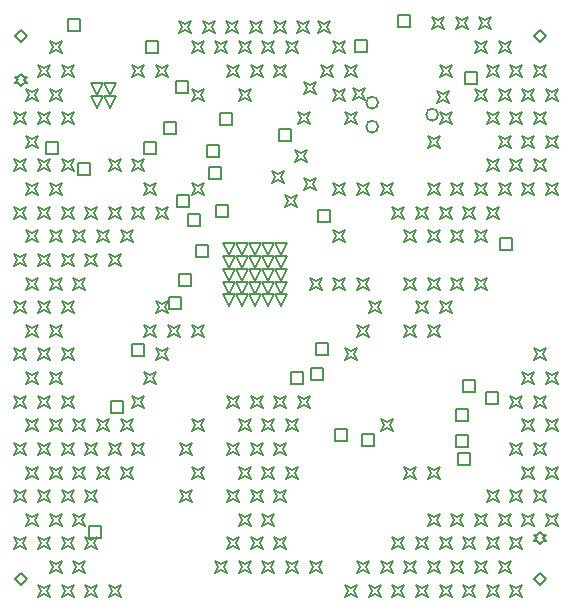
<source format=gbr>
%TF.GenerationSoftware,Altium Limited,Altium Designer,23.5.1 (21)*%
G04 Layer_Color=2752767*
%FSLAX45Y45*%
%MOMM*%
%TF.SameCoordinates,25585159-6715-467B-9351-B71020FA716E*%
%TF.FilePolarity,Positive*%
%TF.FileFunction,Drawing*%
%TF.Part,Single*%
G01*
G75*
%TA.AperFunction,NonConductor*%
%ADD63C,0.12700*%
%ADD100C,0.16933*%
D63*
X12800000Y5499200D02*
X12825400Y5524600D01*
X12850800D01*
X12825400Y5550000D01*
X12850800Y5575400D01*
X12825400D01*
X12800000Y5600800D01*
X12774600Y5575400D01*
X12749200D01*
X12774600Y5550000D01*
X12749200Y5524600D01*
X12774600D01*
X12800000Y5499200D01*
X8400000Y9374200D02*
X8425400Y9399600D01*
X8450800D01*
X8425400Y9425000D01*
X8450800Y9450400D01*
X8425400D01*
X8400000Y9475800D01*
X8374600Y9450400D01*
X8349200D01*
X8374600Y9425000D01*
X8349200Y9399600D01*
X8374600D01*
X8400000Y9374200D01*
X8349200Y5200000D02*
X8400000Y5250800D01*
X8450800Y5200000D01*
X8400000Y5149200D01*
X8349200Y5200000D01*
Y9800000D02*
X8400000Y9850800D01*
X8450800Y9800000D01*
X8400000Y9749200D01*
X8349200Y9800000D01*
X12749200D02*
X12800000Y9850800D01*
X12850800Y9800000D01*
X12800000Y9749200D01*
X12749200Y9800000D01*
Y5200000D02*
X12800000Y5250800D01*
X12850800Y5200000D01*
X12800000Y5149200D01*
X12749200Y5200000D01*
X11920930Y9230401D02*
X11946330Y9281201D01*
X11920930Y9332001D01*
X11971730Y9306601D01*
X12022530Y9332001D01*
X11997130Y9281201D01*
X12022530Y9230401D01*
X11971730Y9255801D01*
X11920930Y9230401D01*
X10719495Y8734851D02*
X10744895Y8785651D01*
X10719495Y8836451D01*
X10770295Y8811051D01*
X10821095Y8836451D01*
X10795695Y8785651D01*
X10821095Y8734851D01*
X10770295Y8760251D01*
X10719495Y8734851D01*
X10523752Y8551496D02*
X10549152Y8602296D01*
X10523752Y8653096D01*
X10574552Y8627696D01*
X10625352Y8653096D01*
X10599952Y8602296D01*
X10625352Y8551496D01*
X10574552Y8576896D01*
X10523752Y8551496D01*
X10798784Y8494507D02*
X10824184Y8545307D01*
X10798784Y8596107D01*
X10849584Y8570707D01*
X10900384Y8596107D01*
X10874984Y8545307D01*
X10900384Y8494507D01*
X10849584Y8519907D01*
X10798784Y8494507D01*
X10640206Y8353276D02*
X10665606Y8404076D01*
X10640206Y8454876D01*
X10691006Y8429476D01*
X10741806Y8454876D01*
X10716406Y8404076D01*
X10741806Y8353276D01*
X10691006Y8378676D01*
X10640206Y8353276D01*
X10914806Y9825618D02*
X10940206Y9876418D01*
X10914806Y9927218D01*
X10965606Y9901818D01*
X11016406Y9927218D01*
X10991006Y9876418D01*
X11016406Y9825618D01*
X10965606Y9851018D01*
X10914806Y9825618D01*
X11883205Y9856059D02*
X11908605Y9906859D01*
X11883205Y9957659D01*
X11934005Y9932259D01*
X11984805Y9957659D01*
X11959405Y9906859D01*
X11984805Y9856059D01*
X11934005Y9881459D01*
X11883205Y9856059D01*
X12083205D02*
X12108605Y9906859D01*
X12083205Y9957659D01*
X12134005Y9932259D01*
X12184805Y9957659D01*
X12159405Y9906859D01*
X12184805Y9856059D01*
X12134005Y9881459D01*
X12083205Y9856059D01*
X12283205D02*
X12308605Y9906859D01*
X12283205Y9957659D01*
X12334005Y9932259D01*
X12384805Y9957659D01*
X12359405Y9906859D01*
X12384805Y9856059D01*
X12334005Y9881459D01*
X12283205Y9856059D01*
X10799748Y9304121D02*
X10825148Y9354921D01*
X10799748Y9405721D01*
X10850548Y9380321D01*
X10901348Y9405721D01*
X10875948Y9354921D01*
X10901348Y9304121D01*
X10850548Y9329521D01*
X10799748Y9304121D01*
X10738284Y9823326D02*
X10763684Y9874126D01*
X10738284Y9924926D01*
X10789084Y9899526D01*
X10839884Y9924926D01*
X10814484Y9874126D01*
X10839884Y9823326D01*
X10789084Y9848726D01*
X10738284Y9823326D01*
X9740958Y9823850D02*
X9766358Y9874650D01*
X9740958Y9925450D01*
X9791758Y9900050D01*
X9842558Y9925450D01*
X9817158Y9874650D01*
X9842558Y9823850D01*
X9791758Y9849250D01*
X9740958Y9823850D01*
X9940958D02*
X9966358Y9874650D01*
X9940958Y9925450D01*
X9991758Y9900050D01*
X10042558Y9925450D01*
X10017158Y9874650D01*
X10042558Y9823850D01*
X9991758Y9849250D01*
X9940958Y9823850D01*
X10140958D02*
X10166358Y9874650D01*
X10140958Y9925450D01*
X10191758Y9900050D01*
X10242558Y9925450D01*
X10217158Y9874650D01*
X10242558Y9823850D01*
X10191758Y9849250D01*
X10140958Y9823850D01*
X10340958D02*
X10366358Y9874650D01*
X10340958Y9925450D01*
X10391758Y9900050D01*
X10442558Y9925450D01*
X10417158Y9874650D01*
X10442558Y9823850D01*
X10391758Y9849250D01*
X10340958Y9823850D01*
X10540958D02*
X10566358Y9874650D01*
X10540958Y9925450D01*
X10591758Y9900050D01*
X10642558Y9925450D01*
X10617158Y9874650D01*
X10642558Y9823850D01*
X10591758Y9849250D01*
X10540958Y9823850D01*
X11217646Y9257112D02*
X11243046Y9307912D01*
X11217646Y9358712D01*
X11268446Y9333312D01*
X11319246Y9358712D01*
X11293846Y9307912D01*
X11319246Y9257112D01*
X11268446Y9282512D01*
X11217646Y9257112D01*
X12746561Y9452386D02*
X12771961Y9503186D01*
X12746561Y9553986D01*
X12797361Y9528586D01*
X12848161Y9553986D01*
X12822762Y9503186D01*
X12848161Y9452386D01*
X12797361Y9477786D01*
X12746561Y9452386D01*
X12846561Y9252386D02*
X12871960Y9303186D01*
X12846561Y9353986D01*
X12897362Y9328586D01*
X12948161Y9353986D01*
X12922762Y9303186D01*
X12948161Y9252386D01*
X12897362Y9277786D01*
X12846561Y9252386D01*
X12746561Y9052386D02*
X12771961Y9103186D01*
X12746561Y9153986D01*
X12797361Y9128586D01*
X12848161Y9153986D01*
X12822762Y9103186D01*
X12848161Y9052386D01*
X12797361Y9077786D01*
X12746561Y9052386D01*
X12846561Y8852386D02*
X12871960Y8903186D01*
X12846561Y8953986D01*
X12897362Y8928586D01*
X12948161Y8953986D01*
X12922762Y8903186D01*
X12948161Y8852386D01*
X12897362Y8877786D01*
X12846561Y8852386D01*
X12746561Y8652386D02*
X12771961Y8703186D01*
X12746561Y8753986D01*
X12797361Y8728586D01*
X12848161Y8753986D01*
X12822762Y8703186D01*
X12848161Y8652386D01*
X12797361Y8677786D01*
X12746561Y8652386D01*
X12846561Y8452386D02*
X12871960Y8503186D01*
X12846561Y8553986D01*
X12897362Y8528586D01*
X12948161Y8553986D01*
X12922762Y8503186D01*
X12948161Y8452386D01*
X12897362Y8477786D01*
X12846561Y8452386D01*
X12746561Y7052385D02*
X12771961Y7103185D01*
X12746561Y7153985D01*
X12797361Y7128585D01*
X12848161Y7153985D01*
X12822762Y7103185D01*
X12848161Y7052385D01*
X12797361Y7077785D01*
X12746561Y7052385D01*
X12846561Y6852385D02*
X12871960Y6903185D01*
X12846561Y6953985D01*
X12897362Y6928585D01*
X12948161Y6953985D01*
X12922762Y6903185D01*
X12948161Y6852385D01*
X12897362Y6877785D01*
X12846561Y6852385D01*
X12746561Y6652385D02*
X12771961Y6703185D01*
X12746561Y6753985D01*
X12797361Y6728585D01*
X12848161Y6753985D01*
X12822762Y6703185D01*
X12848161Y6652385D01*
X12797361Y6677785D01*
X12746561Y6652385D01*
X12846561Y6452385D02*
X12871960Y6503185D01*
X12846561Y6553985D01*
X12897362Y6528585D01*
X12948161Y6553985D01*
X12922762Y6503185D01*
X12948161Y6452385D01*
X12897362Y6477785D01*
X12846561Y6452385D01*
X12746561Y6252385D02*
X12771961Y6303185D01*
X12746561Y6353985D01*
X12797361Y6328585D01*
X12848161Y6353985D01*
X12822762Y6303185D01*
X12848161Y6252385D01*
X12797361Y6277785D01*
X12746561Y6252385D01*
X12846561Y6052385D02*
X12871960Y6103185D01*
X12846561Y6153985D01*
X12897362Y6128585D01*
X12948161Y6153985D01*
X12922762Y6103185D01*
X12948161Y6052385D01*
X12897362Y6077785D01*
X12846561Y6052385D01*
X12746561Y5852385D02*
X12771961Y5903185D01*
X12746561Y5953985D01*
X12797361Y5928585D01*
X12848161Y5953985D01*
X12822762Y5903185D01*
X12848161Y5852385D01*
X12797361Y5877785D01*
X12746561Y5852385D01*
X12846561Y5652384D02*
X12871960Y5703184D01*
X12846561Y5753984D01*
X12897362Y5728584D01*
X12948161Y5753984D01*
X12922762Y5703184D01*
X12948161Y5652384D01*
X12897362Y5677784D01*
X12846561Y5652384D01*
X12546561Y9452386D02*
X12571961Y9503186D01*
X12546561Y9553986D01*
X12597361Y9528586D01*
X12648161Y9553986D01*
X12622761Y9503186D01*
X12648161Y9452386D01*
X12597361Y9477786D01*
X12546561Y9452386D01*
X12646561Y9252386D02*
X12671961Y9303186D01*
X12646561Y9353986D01*
X12697361Y9328586D01*
X12748161Y9353986D01*
X12722761Y9303186D01*
X12748161Y9252386D01*
X12697361Y9277786D01*
X12646561Y9252386D01*
X12546561Y9052386D02*
X12571961Y9103186D01*
X12546561Y9153986D01*
X12597361Y9128586D01*
X12648161Y9153986D01*
X12622761Y9103186D01*
X12648161Y9052386D01*
X12597361Y9077786D01*
X12546561Y9052386D01*
X12646561Y8852386D02*
X12671961Y8903186D01*
X12646561Y8953986D01*
X12697361Y8928586D01*
X12748161Y8953986D01*
X12722761Y8903186D01*
X12748161Y8852386D01*
X12697361Y8877786D01*
X12646561Y8852386D01*
X12546561Y8652386D02*
X12571961Y8703186D01*
X12546561Y8753986D01*
X12597361Y8728586D01*
X12648161Y8753986D01*
X12622761Y8703186D01*
X12648161Y8652386D01*
X12597361Y8677786D01*
X12546561Y8652386D01*
X12646561Y8452386D02*
X12671961Y8503186D01*
X12646561Y8553986D01*
X12697361Y8528586D01*
X12748161Y8553986D01*
X12722761Y8503186D01*
X12748161Y8452386D01*
X12697361Y8477786D01*
X12646561Y8452386D01*
Y6852385D02*
X12671961Y6903185D01*
X12646561Y6953985D01*
X12697361Y6928585D01*
X12748161Y6953985D01*
X12722761Y6903185D01*
X12748161Y6852385D01*
X12697361Y6877785D01*
X12646561Y6852385D01*
X12546561Y6652385D02*
X12571961Y6703185D01*
X12546561Y6753985D01*
X12597361Y6728585D01*
X12648161Y6753985D01*
X12622761Y6703185D01*
X12648161Y6652385D01*
X12597361Y6677785D01*
X12546561Y6652385D01*
X12646561Y6452385D02*
X12671961Y6503185D01*
X12646561Y6553985D01*
X12697361Y6528585D01*
X12748161Y6553985D01*
X12722761Y6503185D01*
X12748161Y6452385D01*
X12697361Y6477785D01*
X12646561Y6452385D01*
X12546561Y6252385D02*
X12571961Y6303185D01*
X12546561Y6353985D01*
X12597361Y6328585D01*
X12648161Y6353985D01*
X12622761Y6303185D01*
X12648161Y6252385D01*
X12597361Y6277785D01*
X12546561Y6252385D01*
X12646561Y6052385D02*
X12671961Y6103185D01*
X12646561Y6153985D01*
X12697361Y6128585D01*
X12748161Y6153985D01*
X12722761Y6103185D01*
X12748161Y6052385D01*
X12697361Y6077785D01*
X12646561Y6052385D01*
X12546561Y5852385D02*
X12571961Y5903185D01*
X12546561Y5953985D01*
X12597361Y5928585D01*
X12648161Y5953985D01*
X12622761Y5903185D01*
X12648161Y5852385D01*
X12597361Y5877785D01*
X12546561Y5852385D01*
X12646561Y5652384D02*
X12671961Y5703184D01*
X12646561Y5753984D01*
X12697361Y5728584D01*
X12748161Y5753984D01*
X12722761Y5703184D01*
X12748161Y5652384D01*
X12697361Y5677784D01*
X12646561Y5652384D01*
X12546561Y5452384D02*
X12571961Y5503184D01*
X12546561Y5553984D01*
X12597361Y5528584D01*
X12648161Y5553984D01*
X12622761Y5503184D01*
X12648161Y5452384D01*
X12597361Y5477784D01*
X12546561Y5452384D01*
Y5052384D02*
X12571961Y5103184D01*
X12546561Y5153984D01*
X12597361Y5128584D01*
X12648161Y5153984D01*
X12622761Y5103184D01*
X12648161Y5052384D01*
X12597361Y5077784D01*
X12546561Y5052384D01*
X12446561Y9652387D02*
X12471961Y9703187D01*
X12446561Y9753987D01*
X12497361Y9728587D01*
X12548161Y9753987D01*
X12522761Y9703187D01*
X12548161Y9652387D01*
X12497361Y9677787D01*
X12446561Y9652387D01*
X12346561Y9452386D02*
X12371961Y9503186D01*
X12346561Y9553986D01*
X12397361Y9528586D01*
X12448161Y9553986D01*
X12422761Y9503186D01*
X12448161Y9452386D01*
X12397361Y9477786D01*
X12346561Y9452386D01*
X12446561Y9252386D02*
X12471961Y9303186D01*
X12446561Y9353986D01*
X12497361Y9328586D01*
X12548161Y9353986D01*
X12522761Y9303186D01*
X12548161Y9252386D01*
X12497361Y9277786D01*
X12446561Y9252386D01*
X12346561Y9052386D02*
X12371961Y9103186D01*
X12346561Y9153986D01*
X12397361Y9128586D01*
X12448161Y9153986D01*
X12422761Y9103186D01*
X12448161Y9052386D01*
X12397361Y9077786D01*
X12346561Y9052386D01*
X12446561Y8852386D02*
X12471961Y8903186D01*
X12446561Y8953986D01*
X12497361Y8928586D01*
X12548161Y8953986D01*
X12522761Y8903186D01*
X12548161Y8852386D01*
X12497361Y8877786D01*
X12446561Y8852386D01*
X12346561Y8652386D02*
X12371961Y8703186D01*
X12346561Y8753986D01*
X12397361Y8728586D01*
X12448161Y8753986D01*
X12422761Y8703186D01*
X12448161Y8652386D01*
X12397361Y8677786D01*
X12346561Y8652386D01*
X12446561Y8452386D02*
X12471961Y8503186D01*
X12446561Y8553986D01*
X12497361Y8528586D01*
X12548161Y8553986D01*
X12522761Y8503186D01*
X12548161Y8452386D01*
X12497361Y8477786D01*
X12446561Y8452386D01*
X12346561Y8252386D02*
X12371961Y8303186D01*
X12346561Y8353986D01*
X12397361Y8328586D01*
X12448161Y8353986D01*
X12422761Y8303186D01*
X12448161Y8252386D01*
X12397361Y8277786D01*
X12346561Y8252386D01*
Y5852385D02*
X12371961Y5903185D01*
X12346561Y5953985D01*
X12397361Y5928585D01*
X12448161Y5953985D01*
X12422761Y5903185D01*
X12448161Y5852385D01*
X12397361Y5877785D01*
X12346561Y5852385D01*
X12446561Y5652384D02*
X12471961Y5703184D01*
X12446561Y5753984D01*
X12497361Y5728584D01*
X12548161Y5753984D01*
X12522761Y5703184D01*
X12548161Y5652384D01*
X12497361Y5677784D01*
X12446561Y5652384D01*
X12346561Y5452384D02*
X12371961Y5503184D01*
X12346561Y5553984D01*
X12397361Y5528584D01*
X12448161Y5553984D01*
X12422761Y5503184D01*
X12448161Y5452384D01*
X12397361Y5477784D01*
X12346561Y5452384D01*
X12446561Y5252384D02*
X12471961Y5303184D01*
X12446561Y5353984D01*
X12497361Y5328584D01*
X12548161Y5353984D01*
X12522761Y5303184D01*
X12548161Y5252384D01*
X12497361Y5277784D01*
X12446561Y5252384D01*
X12346561Y5052384D02*
X12371961Y5103184D01*
X12346561Y5153984D01*
X12397361Y5128584D01*
X12448161Y5153984D01*
X12422761Y5103184D01*
X12448161Y5052384D01*
X12397361Y5077784D01*
X12346561Y5052384D01*
X12246561Y9652387D02*
X12271961Y9703187D01*
X12246561Y9753987D01*
X12297361Y9728587D01*
X12348161Y9753987D01*
X12322761Y9703187D01*
X12348161Y9652387D01*
X12297361Y9677787D01*
X12246561Y9652387D01*
Y9252386D02*
X12271961Y9303186D01*
X12246561Y9353986D01*
X12297361Y9328586D01*
X12348161Y9353986D01*
X12322761Y9303186D01*
X12348161Y9252386D01*
X12297361Y9277786D01*
X12246561Y9252386D01*
Y8452386D02*
X12271961Y8503186D01*
X12246561Y8553986D01*
X12297361Y8528586D01*
X12348161Y8553986D01*
X12322761Y8503186D01*
X12348161Y8452386D01*
X12297361Y8477786D01*
X12246561Y8452386D01*
X12146561Y8252386D02*
X12171961Y8303186D01*
X12146561Y8353986D01*
X12197361Y8328586D01*
X12248161Y8353986D01*
X12222761Y8303186D01*
X12248161Y8252386D01*
X12197361Y8277786D01*
X12146561Y8252386D01*
X12246561Y8052386D02*
X12271961Y8103186D01*
X12246561Y8153986D01*
X12297361Y8128586D01*
X12348161Y8153986D01*
X12322761Y8103186D01*
X12348161Y8052386D01*
X12297361Y8077786D01*
X12246561Y8052386D01*
Y7652386D02*
X12271961Y7703186D01*
X12246561Y7753986D01*
X12297361Y7728586D01*
X12348161Y7753986D01*
X12322761Y7703186D01*
X12348161Y7652386D01*
X12297361Y7677786D01*
X12246561Y7652386D01*
Y5652384D02*
X12271961Y5703184D01*
X12246561Y5753984D01*
X12297361Y5728584D01*
X12348161Y5753984D01*
X12322761Y5703184D01*
X12348161Y5652384D01*
X12297361Y5677784D01*
X12246561Y5652384D01*
X12146561Y5452384D02*
X12171961Y5503184D01*
X12146561Y5553984D01*
X12197361Y5528584D01*
X12248161Y5553984D01*
X12222761Y5503184D01*
X12248161Y5452384D01*
X12197361Y5477784D01*
X12146561Y5452384D01*
X12246561Y5252384D02*
X12271961Y5303184D01*
X12246561Y5353984D01*
X12297361Y5328584D01*
X12348161Y5353984D01*
X12322761Y5303184D01*
X12348161Y5252384D01*
X12297361Y5277784D01*
X12246561Y5252384D01*
X12146561Y5052384D02*
X12171961Y5103184D01*
X12146561Y5153984D01*
X12197361Y5128584D01*
X12248161Y5153984D01*
X12222761Y5103184D01*
X12248161Y5052384D01*
X12197361Y5077784D01*
X12146561Y5052384D01*
X11946561Y9452386D02*
X11971961Y9503186D01*
X11946561Y9553986D01*
X11997361Y9528586D01*
X12048161Y9553986D01*
X12022761Y9503186D01*
X12048161Y9452386D01*
X11997361Y9477786D01*
X11946561Y9452386D01*
Y9052386D02*
X11971961Y9103186D01*
X11946561Y9153986D01*
X11997361Y9128586D01*
X12048161Y9153986D01*
X12022761Y9103186D01*
X12048161Y9052386D01*
X11997361Y9077786D01*
X11946561Y9052386D01*
X12046561Y8452386D02*
X12071961Y8503186D01*
X12046561Y8553986D01*
X12097361Y8528586D01*
X12148161Y8553986D01*
X12122761Y8503186D01*
X12148161Y8452386D01*
X12097361Y8477786D01*
X12046561Y8452386D01*
X11946561Y8252386D02*
X11971961Y8303186D01*
X11946561Y8353986D01*
X11997361Y8328586D01*
X12048161Y8353986D01*
X12022761Y8303186D01*
X12048161Y8252386D01*
X11997361Y8277786D01*
X11946561Y8252386D01*
X12046561Y8052386D02*
X12071961Y8103186D01*
X12046561Y8153986D01*
X12097361Y8128586D01*
X12148161Y8153986D01*
X12122761Y8103186D01*
X12148161Y8052386D01*
X12097361Y8077786D01*
X12046561Y8052386D01*
Y7652386D02*
X12071961Y7703186D01*
X12046561Y7753986D01*
X12097361Y7728586D01*
X12148161Y7753986D01*
X12122761Y7703186D01*
X12148161Y7652386D01*
X12097361Y7677786D01*
X12046561Y7652386D01*
X11946561Y7452385D02*
X11971961Y7503185D01*
X11946561Y7553985D01*
X11997361Y7528585D01*
X12048161Y7553985D01*
X12022761Y7503185D01*
X12048161Y7452385D01*
X11997361Y7477785D01*
X11946561Y7452385D01*
X12046561Y5652384D02*
X12071961Y5703184D01*
X12046561Y5753984D01*
X12097361Y5728584D01*
X12148161Y5753984D01*
X12122761Y5703184D01*
X12148161Y5652384D01*
X12097361Y5677784D01*
X12046561Y5652384D01*
X11946561Y5452384D02*
X11971961Y5503184D01*
X11946561Y5553984D01*
X11997361Y5528584D01*
X12048161Y5553984D01*
X12022761Y5503184D01*
X12048161Y5452384D01*
X11997361Y5477784D01*
X11946561Y5452384D01*
X12046561Y5252384D02*
X12071961Y5303184D01*
X12046561Y5353984D01*
X12097361Y5328584D01*
X12148161Y5353984D01*
X12122761Y5303184D01*
X12148161Y5252384D01*
X12097361Y5277784D01*
X12046561Y5252384D01*
X11946561Y5052384D02*
X11971961Y5103184D01*
X11946561Y5153984D01*
X11997361Y5128584D01*
X12048161Y5153984D01*
X12022761Y5103184D01*
X12048161Y5052384D01*
X11997361Y5077784D01*
X11946561Y5052384D01*
X11846561Y8852386D02*
X11871961Y8903186D01*
X11846561Y8953986D01*
X11897361Y8928586D01*
X11948161Y8953986D01*
X11922761Y8903186D01*
X11948161Y8852386D01*
X11897361Y8877786D01*
X11846561Y8852386D01*
Y8452386D02*
X11871961Y8503186D01*
X11846561Y8553986D01*
X11897361Y8528586D01*
X11948161Y8553986D01*
X11922761Y8503186D01*
X11948161Y8452386D01*
X11897361Y8477786D01*
X11846561Y8452386D01*
X11746560Y8252386D02*
X11771960Y8303186D01*
X11746560Y8353986D01*
X11797360Y8328586D01*
X11848160Y8353986D01*
X11822760Y8303186D01*
X11848160Y8252386D01*
X11797360Y8277786D01*
X11746560Y8252386D01*
X11846561Y8052386D02*
X11871961Y8103186D01*
X11846561Y8153986D01*
X11897361Y8128586D01*
X11948161Y8153986D01*
X11922761Y8103186D01*
X11948161Y8052386D01*
X11897361Y8077786D01*
X11846561Y8052386D01*
Y7652386D02*
X11871961Y7703186D01*
X11846561Y7753986D01*
X11897361Y7728586D01*
X11948161Y7753986D01*
X11922761Y7703186D01*
X11948161Y7652386D01*
X11897361Y7677786D01*
X11846561Y7652386D01*
X11746560Y7452385D02*
X11771960Y7503185D01*
X11746560Y7553985D01*
X11797360Y7528585D01*
X11848160Y7553985D01*
X11822760Y7503185D01*
X11848160Y7452385D01*
X11797360Y7477785D01*
X11746560Y7452385D01*
X11846561Y7252385D02*
X11871961Y7303185D01*
X11846561Y7353985D01*
X11897361Y7328585D01*
X11948161Y7353985D01*
X11922761Y7303185D01*
X11948161Y7252385D01*
X11897361Y7277785D01*
X11846561Y7252385D01*
Y6052385D02*
X11871961Y6103185D01*
X11846561Y6153985D01*
X11897361Y6128585D01*
X11948161Y6153985D01*
X11922761Y6103185D01*
X11948161Y6052385D01*
X11897361Y6077785D01*
X11846561Y6052385D01*
Y5652384D02*
X11871961Y5703184D01*
X11846561Y5753984D01*
X11897361Y5728584D01*
X11948161Y5753984D01*
X11922761Y5703184D01*
X11948161Y5652384D01*
X11897361Y5677784D01*
X11846561Y5652384D01*
X11746560Y5452384D02*
X11771960Y5503184D01*
X11746560Y5553984D01*
X11797360Y5528584D01*
X11848160Y5553984D01*
X11822760Y5503184D01*
X11848160Y5452384D01*
X11797360Y5477784D01*
X11746560Y5452384D01*
X11846561Y5252384D02*
X11871961Y5303184D01*
X11846561Y5353984D01*
X11897361Y5328584D01*
X11948161Y5353984D01*
X11922761Y5303184D01*
X11948161Y5252384D01*
X11897361Y5277784D01*
X11846561Y5252384D01*
X11746560Y5052384D02*
X11771960Y5103184D01*
X11746560Y5153984D01*
X11797360Y5128584D01*
X11848160Y5153984D01*
X11822760Y5103184D01*
X11848160Y5052384D01*
X11797360Y5077784D01*
X11746560Y5052384D01*
X11546560Y8252386D02*
X11571960Y8303186D01*
X11546560Y8353986D01*
X11597360Y8328586D01*
X11648160Y8353986D01*
X11622760Y8303186D01*
X11648160Y8252386D01*
X11597360Y8277786D01*
X11546560Y8252386D01*
X11646560Y8052386D02*
X11671960Y8103186D01*
X11646560Y8153986D01*
X11697360Y8128586D01*
X11748160Y8153986D01*
X11722760Y8103186D01*
X11748160Y8052386D01*
X11697360Y8077786D01*
X11646560Y8052386D01*
Y7652386D02*
X11671960Y7703186D01*
X11646560Y7753986D01*
X11697360Y7728586D01*
X11748160Y7753986D01*
X11722760Y7703186D01*
X11748160Y7652386D01*
X11697360Y7677786D01*
X11646560Y7652386D01*
Y7252385D02*
X11671960Y7303185D01*
X11646560Y7353985D01*
X11697360Y7328585D01*
X11748160Y7353985D01*
X11722760Y7303185D01*
X11748160Y7252385D01*
X11697360Y7277785D01*
X11646560Y7252385D01*
Y6052385D02*
X11671960Y6103185D01*
X11646560Y6153985D01*
X11697360Y6128585D01*
X11748160Y6153985D01*
X11722760Y6103185D01*
X11748160Y6052385D01*
X11697360Y6077785D01*
X11646560Y6052385D01*
X11546560Y5452384D02*
X11571960Y5503184D01*
X11546560Y5553984D01*
X11597360Y5528584D01*
X11648160Y5553984D01*
X11622760Y5503184D01*
X11648160Y5452384D01*
X11597360Y5477784D01*
X11546560Y5452384D01*
X11646560Y5252384D02*
X11671960Y5303184D01*
X11646560Y5353984D01*
X11697360Y5328584D01*
X11748160Y5353984D01*
X11722760Y5303184D01*
X11748160Y5252384D01*
X11697360Y5277784D01*
X11646560Y5252384D01*
X11546560Y5052384D02*
X11571960Y5103184D01*
X11546560Y5153984D01*
X11597360Y5128584D01*
X11648160Y5153984D01*
X11622760Y5103184D01*
X11648160Y5052384D01*
X11597360Y5077784D01*
X11546560Y5052384D01*
X11446560Y8452386D02*
X11471960Y8503186D01*
X11446560Y8553986D01*
X11497360Y8528586D01*
X11548160Y8553986D01*
X11522760Y8503186D01*
X11548160Y8452386D01*
X11497360Y8477786D01*
X11446560Y8452386D01*
X11346560Y7452385D02*
X11371960Y7503185D01*
X11346560Y7553985D01*
X11397360Y7528585D01*
X11448160Y7553985D01*
X11422760Y7503185D01*
X11448160Y7452385D01*
X11397360Y7477785D01*
X11346560Y7452385D01*
X11446560Y6452385D02*
X11471960Y6503185D01*
X11446560Y6553985D01*
X11497360Y6528585D01*
X11548160Y6553985D01*
X11522760Y6503185D01*
X11548160Y6452385D01*
X11497360Y6477785D01*
X11446560Y6452385D01*
Y5252384D02*
X11471960Y5303184D01*
X11446560Y5353984D01*
X11497360Y5328584D01*
X11548160Y5353984D01*
X11522760Y5303184D01*
X11548160Y5252384D01*
X11497360Y5277784D01*
X11446560Y5252384D01*
X11346560Y5052384D02*
X11371960Y5103184D01*
X11346560Y5153984D01*
X11397360Y5128584D01*
X11448160Y5153984D01*
X11422760Y5103184D01*
X11448160Y5052384D01*
X11397360Y5077784D01*
X11346560Y5052384D01*
X11146560Y9452386D02*
X11171960Y9503186D01*
X11146560Y9553986D01*
X11197360Y9528586D01*
X11248160Y9553986D01*
X11222760Y9503186D01*
X11248160Y9452386D01*
X11197360Y9477786D01*
X11146560Y9452386D01*
Y9052386D02*
X11171960Y9103186D01*
X11146560Y9153986D01*
X11197360Y9128586D01*
X11248160Y9153986D01*
X11222760Y9103186D01*
X11248160Y9052386D01*
X11197360Y9077786D01*
X11146560Y9052386D01*
X11246560Y8452386D02*
X11271960Y8503186D01*
X11246560Y8553986D01*
X11297360Y8528586D01*
X11348160Y8553986D01*
X11322760Y8503186D01*
X11348160Y8452386D01*
X11297360Y8477786D01*
X11246560Y8452386D01*
Y7652386D02*
X11271960Y7703186D01*
X11246560Y7753986D01*
X11297360Y7728586D01*
X11348160Y7753986D01*
X11322760Y7703186D01*
X11348160Y7652386D01*
X11297360Y7677786D01*
X11246560Y7652386D01*
Y7252385D02*
X11271960Y7303185D01*
X11246560Y7353985D01*
X11297360Y7328585D01*
X11348160Y7353985D01*
X11322760Y7303185D01*
X11348160Y7252385D01*
X11297360Y7277785D01*
X11246560Y7252385D01*
X11146560Y7052385D02*
X11171960Y7103185D01*
X11146560Y7153985D01*
X11197360Y7128585D01*
X11248160Y7153985D01*
X11222760Y7103185D01*
X11248160Y7052385D01*
X11197360Y7077785D01*
X11146560Y7052385D01*
X11246560Y5252384D02*
X11271960Y5303184D01*
X11246560Y5353984D01*
X11297360Y5328584D01*
X11348160Y5353984D01*
X11322760Y5303184D01*
X11348160Y5252384D01*
X11297360Y5277784D01*
X11246560Y5252384D01*
X11146560Y5052384D02*
X11171960Y5103184D01*
X11146560Y5153984D01*
X11197360Y5128584D01*
X11248160Y5153984D01*
X11222760Y5103184D01*
X11248160Y5052384D01*
X11197360Y5077784D01*
X11146560Y5052384D01*
X11046560Y9652387D02*
X11071960Y9703187D01*
X11046560Y9753987D01*
X11097360Y9728587D01*
X11148160Y9753987D01*
X11122760Y9703187D01*
X11148160Y9652387D01*
X11097360Y9677787D01*
X11046560Y9652387D01*
X10946560Y9452386D02*
X10971960Y9503186D01*
X10946560Y9553986D01*
X10997360Y9528586D01*
X11048160Y9553986D01*
X11022760Y9503186D01*
X11048160Y9452386D01*
X10997360Y9477786D01*
X10946560Y9452386D01*
X11046560Y9252386D02*
X11071960Y9303186D01*
X11046560Y9353986D01*
X11097360Y9328586D01*
X11148160Y9353986D01*
X11122760Y9303186D01*
X11148160Y9252386D01*
X11097360Y9277786D01*
X11046560Y9252386D01*
Y8452386D02*
X11071960Y8503186D01*
X11046560Y8553986D01*
X11097360Y8528586D01*
X11148160Y8553986D01*
X11122760Y8503186D01*
X11148160Y8452386D01*
X11097360Y8477786D01*
X11046560Y8452386D01*
Y8052386D02*
X11071960Y8103186D01*
X11046560Y8153986D01*
X11097360Y8128586D01*
X11148160Y8153986D01*
X11122760Y8103186D01*
X11148160Y8052386D01*
X11097360Y8077786D01*
X11046560Y8052386D01*
Y7652386D02*
X11071960Y7703186D01*
X11046560Y7753986D01*
X11097360Y7728586D01*
X11148160Y7753986D01*
X11122760Y7703186D01*
X11148160Y7652386D01*
X11097360Y7677786D01*
X11046560Y7652386D01*
X10746560Y9052386D02*
X10771960Y9103186D01*
X10746560Y9153986D01*
X10797360Y9128586D01*
X10848160Y9153986D01*
X10822760Y9103186D01*
X10848160Y9052386D01*
X10797360Y9077786D01*
X10746560Y9052386D01*
X10846560Y7652386D02*
X10871960Y7703186D01*
X10846560Y7753986D01*
X10897360Y7728586D01*
X10948160Y7753986D01*
X10922760Y7703186D01*
X10948160Y7652386D01*
X10897360Y7677786D01*
X10846560Y7652386D01*
X10746560Y6652385D02*
X10771960Y6703185D01*
X10746560Y6753985D01*
X10797360Y6728585D01*
X10848160Y6753985D01*
X10822760Y6703185D01*
X10848160Y6652385D01*
X10797360Y6677785D01*
X10746560Y6652385D01*
X10846560Y5252384D02*
X10871960Y5303184D01*
X10846560Y5353984D01*
X10897360Y5328584D01*
X10948160Y5353984D01*
X10922760Y5303184D01*
X10948160Y5252384D01*
X10897360Y5277784D01*
X10846560Y5252384D01*
X10646560Y9652387D02*
X10671960Y9703187D01*
X10646560Y9753987D01*
X10697360Y9728587D01*
X10748160Y9753987D01*
X10722760Y9703187D01*
X10748160Y9652387D01*
X10697360Y9677787D01*
X10646560Y9652387D01*
X10546560Y9452386D02*
X10571960Y9503186D01*
X10546560Y9553986D01*
X10597360Y9528586D01*
X10648160Y9553986D01*
X10622760Y9503186D01*
X10648160Y9452386D01*
X10597360Y9477786D01*
X10546560Y9452386D01*
Y6652385D02*
X10571960Y6703185D01*
X10546560Y6753985D01*
X10597360Y6728585D01*
X10648160Y6753985D01*
X10622760Y6703185D01*
X10648160Y6652385D01*
X10597360Y6677785D01*
X10546560Y6652385D01*
X10646560Y6452385D02*
X10671960Y6503185D01*
X10646560Y6553985D01*
X10697360Y6528585D01*
X10748160Y6553985D01*
X10722760Y6503185D01*
X10748160Y6452385D01*
X10697360Y6477785D01*
X10646560Y6452385D01*
X10546560Y6252385D02*
X10571960Y6303185D01*
X10546560Y6353985D01*
X10597360Y6328585D01*
X10648160Y6353985D01*
X10622760Y6303185D01*
X10648160Y6252385D01*
X10597360Y6277785D01*
X10546560Y6252385D01*
X10646560Y6052385D02*
X10671960Y6103185D01*
X10646560Y6153985D01*
X10697360Y6128585D01*
X10748160Y6153985D01*
X10722760Y6103185D01*
X10748160Y6052385D01*
X10697360Y6077785D01*
X10646560Y6052385D01*
X10546560Y5852385D02*
X10571960Y5903185D01*
X10546560Y5953985D01*
X10597360Y5928585D01*
X10648160Y5953985D01*
X10622760Y5903185D01*
X10648160Y5852385D01*
X10597360Y5877785D01*
X10546560Y5852385D01*
Y5452384D02*
X10571960Y5503184D01*
X10546560Y5553984D01*
X10597360Y5528584D01*
X10648160Y5553984D01*
X10622760Y5503184D01*
X10648160Y5452384D01*
X10597360Y5477784D01*
X10546560Y5452384D01*
X10646560Y5252384D02*
X10671960Y5303184D01*
X10646560Y5353984D01*
X10697360Y5328584D01*
X10748160Y5353984D01*
X10722760Y5303184D01*
X10748160Y5252384D01*
X10697360Y5277784D01*
X10646560Y5252384D01*
X10446560Y9652387D02*
X10471960Y9703187D01*
X10446560Y9753987D01*
X10497360Y9728587D01*
X10548160Y9753987D01*
X10522760Y9703187D01*
X10548160Y9652387D01*
X10497360Y9677787D01*
X10446560Y9652387D01*
X10346560Y9452386D02*
X10371960Y9503186D01*
X10346560Y9553986D01*
X10397360Y9528586D01*
X10448160Y9553986D01*
X10422760Y9503186D01*
X10448160Y9452386D01*
X10397360Y9477786D01*
X10346560Y9452386D01*
Y6652385D02*
X10371960Y6703185D01*
X10346560Y6753985D01*
X10397360Y6728585D01*
X10448160Y6753985D01*
X10422760Y6703185D01*
X10448160Y6652385D01*
X10397360Y6677785D01*
X10346560Y6652385D01*
X10446560Y6452385D02*
X10471960Y6503185D01*
X10446560Y6553985D01*
X10497360Y6528585D01*
X10548160Y6553985D01*
X10522760Y6503185D01*
X10548160Y6452385D01*
X10497360Y6477785D01*
X10446560Y6452385D01*
X10346560Y6252385D02*
X10371960Y6303185D01*
X10346560Y6353985D01*
X10397360Y6328585D01*
X10448160Y6353985D01*
X10422760Y6303185D01*
X10448160Y6252385D01*
X10397360Y6277785D01*
X10346560Y6252385D01*
X10446560Y6052385D02*
X10471960Y6103185D01*
X10446560Y6153985D01*
X10497360Y6128585D01*
X10548160Y6153985D01*
X10522760Y6103185D01*
X10548160Y6052385D01*
X10497360Y6077785D01*
X10446560Y6052385D01*
X10346560Y5852385D02*
X10371960Y5903185D01*
X10346560Y5953985D01*
X10397360Y5928585D01*
X10448160Y5953985D01*
X10422760Y5903185D01*
X10448160Y5852385D01*
X10397360Y5877785D01*
X10346560Y5852385D01*
X10446560Y5652384D02*
X10471960Y5703184D01*
X10446560Y5753984D01*
X10497360Y5728584D01*
X10548160Y5753984D01*
X10522760Y5703184D01*
X10548160Y5652384D01*
X10497360Y5677784D01*
X10446560Y5652384D01*
X10346560Y5452384D02*
X10371960Y5503184D01*
X10346560Y5553984D01*
X10397360Y5528584D01*
X10448160Y5553984D01*
X10422760Y5503184D01*
X10448160Y5452384D01*
X10397360Y5477784D01*
X10346560Y5452384D01*
X10446560Y5252384D02*
X10471960Y5303184D01*
X10446560Y5353984D01*
X10497360Y5328584D01*
X10548160Y5353984D01*
X10522760Y5303184D01*
X10548160Y5252384D01*
X10497360Y5277784D01*
X10446560Y5252384D01*
X10246560Y9652387D02*
X10271960Y9703187D01*
X10246560Y9753987D01*
X10297360Y9728587D01*
X10348160Y9753987D01*
X10322760Y9703187D01*
X10348160Y9652387D01*
X10297360Y9677787D01*
X10246560Y9652387D01*
X10146560Y9452386D02*
X10171960Y9503186D01*
X10146560Y9553986D01*
X10197360Y9528586D01*
X10248160Y9553986D01*
X10222760Y9503186D01*
X10248160Y9452386D01*
X10197360Y9477786D01*
X10146560Y9452386D01*
X10246560Y9252386D02*
X10271960Y9303186D01*
X10246560Y9353986D01*
X10297360Y9328586D01*
X10348160Y9353986D01*
X10322760Y9303186D01*
X10348160Y9252386D01*
X10297360Y9277786D01*
X10246560Y9252386D01*
X10146560Y6652385D02*
X10171960Y6703185D01*
X10146560Y6753985D01*
X10197360Y6728585D01*
X10248160Y6753985D01*
X10222760Y6703185D01*
X10248160Y6652385D01*
X10197360Y6677785D01*
X10146560Y6652385D01*
X10246560Y6452385D02*
X10271960Y6503185D01*
X10246560Y6553985D01*
X10297360Y6528585D01*
X10348160Y6553985D01*
X10322760Y6503185D01*
X10348160Y6452385D01*
X10297360Y6477785D01*
X10246560Y6452385D01*
X10146560Y6252385D02*
X10171960Y6303185D01*
X10146560Y6353985D01*
X10197360Y6328585D01*
X10248160Y6353985D01*
X10222760Y6303185D01*
X10248160Y6252385D01*
X10197360Y6277785D01*
X10146560Y6252385D01*
X10246560Y6052385D02*
X10271960Y6103185D01*
X10246560Y6153985D01*
X10297360Y6128585D01*
X10348160Y6153985D01*
X10322760Y6103185D01*
X10348160Y6052385D01*
X10297360Y6077785D01*
X10246560Y6052385D01*
X10146560Y5852385D02*
X10171960Y5903185D01*
X10146560Y5953985D01*
X10197360Y5928585D01*
X10248160Y5953985D01*
X10222760Y5903185D01*
X10248160Y5852385D01*
X10197360Y5877785D01*
X10146560Y5852385D01*
X10246560Y5652384D02*
X10271960Y5703184D01*
X10246560Y5753984D01*
X10297360Y5728584D01*
X10348160Y5753984D01*
X10322760Y5703184D01*
X10348160Y5652384D01*
X10297360Y5677784D01*
X10246560Y5652384D01*
X10146560Y5452384D02*
X10171960Y5503184D01*
X10146560Y5553984D01*
X10197360Y5528584D01*
X10248160Y5553984D01*
X10222760Y5503184D01*
X10248160Y5452384D01*
X10197360Y5477784D01*
X10146560Y5452384D01*
X10246560Y5252384D02*
X10271960Y5303184D01*
X10246560Y5353984D01*
X10297360Y5328584D01*
X10348160Y5353984D01*
X10322760Y5303184D01*
X10348160Y5252384D01*
X10297360Y5277784D01*
X10246560Y5252384D01*
X10046560Y9652387D02*
X10071960Y9703187D01*
X10046560Y9753987D01*
X10097360Y9728587D01*
X10148160Y9753987D01*
X10122760Y9703187D01*
X10148160Y9652387D01*
X10097360Y9677787D01*
X10046560Y9652387D01*
Y5252384D02*
X10071960Y5303184D01*
X10046560Y5353984D01*
X10097360Y5328584D01*
X10148160Y5353984D01*
X10122760Y5303184D01*
X10148160Y5252384D01*
X10097360Y5277784D01*
X10046560Y5252384D01*
X9846559Y9652387D02*
X9871959Y9703187D01*
X9846559Y9753987D01*
X9897359Y9728587D01*
X9948159Y9753987D01*
X9922759Y9703187D01*
X9948159Y9652387D01*
X9897359Y9677787D01*
X9846559Y9652387D01*
Y9252386D02*
X9871959Y9303186D01*
X9846559Y9353986D01*
X9897359Y9328586D01*
X9948159Y9353986D01*
X9922759Y9303186D01*
X9948159Y9252386D01*
X9897359Y9277786D01*
X9846559Y9252386D01*
Y8452386D02*
X9871959Y8503186D01*
X9846559Y8553986D01*
X9897359Y8528586D01*
X9948159Y8553986D01*
X9922759Y8503186D01*
X9948159Y8452386D01*
X9897359Y8477786D01*
X9846559Y8452386D01*
Y7252385D02*
X9871959Y7303185D01*
X9846559Y7353985D01*
X9897359Y7328585D01*
X9948159Y7353985D01*
X9922759Y7303185D01*
X9948159Y7252385D01*
X9897359Y7277785D01*
X9846559Y7252385D01*
Y6452385D02*
X9871959Y6503185D01*
X9846559Y6553985D01*
X9897359Y6528585D01*
X9948159Y6553985D01*
X9922759Y6503185D01*
X9948159Y6452385D01*
X9897359Y6477785D01*
X9846559Y6452385D01*
X9746559Y6252385D02*
X9771959Y6303185D01*
X9746559Y6353985D01*
X9797359Y6328585D01*
X9848159Y6353985D01*
X9822759Y6303185D01*
X9848159Y6252385D01*
X9797359Y6277785D01*
X9746559Y6252385D01*
X9846559Y6052385D02*
X9871959Y6103185D01*
X9846559Y6153985D01*
X9897359Y6128585D01*
X9948159Y6153985D01*
X9922759Y6103185D01*
X9948159Y6052385D01*
X9897359Y6077785D01*
X9846559Y6052385D01*
X9746559Y5852385D02*
X9771959Y5903185D01*
X9746559Y5953985D01*
X9797359Y5928585D01*
X9848159Y5953985D01*
X9822759Y5903185D01*
X9848159Y5852385D01*
X9797359Y5877785D01*
X9746559Y5852385D01*
X9546559Y9452386D02*
X9571959Y9503186D01*
X9546559Y9553986D01*
X9597359Y9528586D01*
X9648159Y9553986D01*
X9622759Y9503186D01*
X9648159Y9452386D01*
X9597359Y9477786D01*
X9546559Y9452386D01*
Y8252386D02*
X9571959Y8303186D01*
X9546559Y8353986D01*
X9597359Y8328586D01*
X9648159Y8353986D01*
X9622759Y8303186D01*
X9648159Y8252386D01*
X9597359Y8277786D01*
X9546559Y8252386D01*
Y7452385D02*
X9571959Y7503185D01*
X9546559Y7553985D01*
X9597359Y7528585D01*
X9648159Y7553985D01*
X9622759Y7503185D01*
X9648159Y7452385D01*
X9597359Y7477785D01*
X9546559Y7452385D01*
X9646559Y7252385D02*
X9671959Y7303185D01*
X9646559Y7353985D01*
X9697359Y7328585D01*
X9748159Y7353985D01*
X9722759Y7303185D01*
X9748159Y7252385D01*
X9697359Y7277785D01*
X9646559Y7252385D01*
X9546559Y7052385D02*
X9571959Y7103185D01*
X9546559Y7153985D01*
X9597359Y7128585D01*
X9648159Y7153985D01*
X9622759Y7103185D01*
X9648159Y7052385D01*
X9597359Y7077785D01*
X9546559Y7052385D01*
X9346559Y9452386D02*
X9371959Y9503186D01*
X9346559Y9553986D01*
X9397359Y9528586D01*
X9448159Y9553986D01*
X9422759Y9503186D01*
X9448159Y9452386D01*
X9397359Y9477786D01*
X9346559Y9452386D01*
Y8652386D02*
X9371959Y8703186D01*
X9346559Y8753986D01*
X9397359Y8728586D01*
X9448159Y8753986D01*
X9422759Y8703186D01*
X9448159Y8652386D01*
X9397359Y8677786D01*
X9346559Y8652386D01*
X9446559Y8452386D02*
X9471959Y8503186D01*
X9446559Y8553986D01*
X9497359Y8528586D01*
X9548159Y8553986D01*
X9522759Y8503186D01*
X9548159Y8452386D01*
X9497359Y8477786D01*
X9446559Y8452386D01*
X9346559Y8252386D02*
X9371959Y8303186D01*
X9346559Y8353986D01*
X9397359Y8328586D01*
X9448159Y8353986D01*
X9422759Y8303186D01*
X9448159Y8252386D01*
X9397359Y8277786D01*
X9346559Y8252386D01*
X9446559Y7252385D02*
X9471959Y7303185D01*
X9446559Y7353985D01*
X9497359Y7328585D01*
X9548159Y7353985D01*
X9522759Y7303185D01*
X9548159Y7252385D01*
X9497359Y7277785D01*
X9446559Y7252385D01*
Y6852385D02*
X9471959Y6903185D01*
X9446559Y6953985D01*
X9497359Y6928585D01*
X9548159Y6953985D01*
X9522759Y6903185D01*
X9548159Y6852385D01*
X9497359Y6877785D01*
X9446559Y6852385D01*
X9346559Y6652385D02*
X9371959Y6703185D01*
X9346559Y6753985D01*
X9397359Y6728585D01*
X9448159Y6753985D01*
X9422759Y6703185D01*
X9448159Y6652385D01*
X9397359Y6677785D01*
X9346559Y6652385D01*
Y6252385D02*
X9371959Y6303185D01*
X9346559Y6353985D01*
X9397359Y6328585D01*
X9448159Y6353985D01*
X9422759Y6303185D01*
X9448159Y6252385D01*
X9397359Y6277785D01*
X9346559Y6252385D01*
X9146559Y8652386D02*
X9171959Y8703186D01*
X9146559Y8753986D01*
X9197359Y8728586D01*
X9248159Y8753986D01*
X9222759Y8703186D01*
X9248159Y8652386D01*
X9197359Y8677786D01*
X9146559Y8652386D01*
Y8252386D02*
X9171959Y8303186D01*
X9146559Y8353986D01*
X9197359Y8328586D01*
X9248159Y8353986D01*
X9222759Y8303186D01*
X9248159Y8252386D01*
X9197359Y8277786D01*
X9146559Y8252386D01*
X9246559Y8052386D02*
X9271959Y8103186D01*
X9246559Y8153986D01*
X9297359Y8128586D01*
X9348159Y8153986D01*
X9322759Y8103186D01*
X9348159Y8052386D01*
X9297359Y8077786D01*
X9246559Y8052386D01*
X9146559Y7852386D02*
X9171959Y7903186D01*
X9146559Y7953986D01*
X9197359Y7928586D01*
X9248159Y7953986D01*
X9222759Y7903186D01*
X9248159Y7852386D01*
X9197359Y7877786D01*
X9146559Y7852386D01*
X9246559Y6452385D02*
X9271959Y6503185D01*
X9246559Y6553985D01*
X9297359Y6528585D01*
X9348159Y6553985D01*
X9322759Y6503185D01*
X9348159Y6452385D01*
X9297359Y6477785D01*
X9246559Y6452385D01*
X9146559Y6252385D02*
X9171959Y6303185D01*
X9146559Y6353985D01*
X9197359Y6328585D01*
X9248159Y6353985D01*
X9222759Y6303185D01*
X9248159Y6252385D01*
X9197359Y6277785D01*
X9146559Y6252385D01*
X9246559Y6052385D02*
X9271959Y6103185D01*
X9246559Y6153985D01*
X9297359Y6128585D01*
X9348159Y6153985D01*
X9322759Y6103185D01*
X9348159Y6052385D01*
X9297359Y6077785D01*
X9246559Y6052385D01*
X9146559Y5052384D02*
X9171959Y5103184D01*
X9146559Y5153984D01*
X9197359Y5128584D01*
X9248159Y5153984D01*
X9222759Y5103184D01*
X9248159Y5052384D01*
X9197359Y5077784D01*
X9146559Y5052384D01*
X8946559Y8252386D02*
X8971959Y8303186D01*
X8946559Y8353986D01*
X8997359Y8328586D01*
X9048159Y8353986D01*
X9022759Y8303186D01*
X9048159Y8252386D01*
X8997359Y8277786D01*
X8946559Y8252386D01*
X9046559Y8052386D02*
X9071959Y8103186D01*
X9046559Y8153986D01*
X9097359Y8128586D01*
X9148159Y8153986D01*
X9122759Y8103186D01*
X9148159Y8052386D01*
X9097359Y8077786D01*
X9046559Y8052386D01*
X8946559Y7852386D02*
X8971959Y7903186D01*
X8946559Y7953986D01*
X8997359Y7928586D01*
X9048159Y7953986D01*
X9022759Y7903186D01*
X9048159Y7852386D01*
X8997359Y7877786D01*
X8946559Y7852386D01*
X9046559Y6452385D02*
X9071959Y6503185D01*
X9046559Y6553985D01*
X9097359Y6528585D01*
X9148159Y6553985D01*
X9122759Y6503185D01*
X9148159Y6452385D01*
X9097359Y6477785D01*
X9046559Y6452385D01*
X8946559Y6252385D02*
X8971959Y6303185D01*
X8946559Y6353985D01*
X8997359Y6328585D01*
X9048159Y6353985D01*
X9022759Y6303185D01*
X9048159Y6252385D01*
X8997359Y6277785D01*
X8946559Y6252385D01*
X9046559Y6052385D02*
X9071959Y6103185D01*
X9046559Y6153985D01*
X9097359Y6128585D01*
X9148159Y6153985D01*
X9122759Y6103185D01*
X9148159Y6052385D01*
X9097359Y6077785D01*
X9046559Y6052385D01*
X8946559Y5852385D02*
X8971959Y5903185D01*
X8946559Y5953985D01*
X8997359Y5928585D01*
X9048159Y5953985D01*
X9022759Y5903185D01*
X9048159Y5852385D01*
X8997359Y5877785D01*
X8946559Y5852385D01*
Y5452384D02*
X8971959Y5503184D01*
X8946559Y5553984D01*
X8997359Y5528584D01*
X9048159Y5553984D01*
X9022759Y5503184D01*
X9048159Y5452384D01*
X8997359Y5477784D01*
X8946559Y5452384D01*
Y5052384D02*
X8971959Y5103184D01*
X8946559Y5153984D01*
X8997359Y5128584D01*
X9048159Y5153984D01*
X9022759Y5103184D01*
X9048159Y5052384D01*
X8997359Y5077784D01*
X8946559Y5052384D01*
X8746559Y9452386D02*
X8771959Y9503186D01*
X8746559Y9553986D01*
X8797359Y9528586D01*
X8848159Y9553986D01*
X8822759Y9503186D01*
X8848159Y9452386D01*
X8797359Y9477786D01*
X8746559Y9452386D01*
Y9052386D02*
X8771959Y9103186D01*
X8746559Y9153986D01*
X8797359Y9128586D01*
X8848159Y9153986D01*
X8822759Y9103186D01*
X8848159Y9052386D01*
X8797359Y9077786D01*
X8746559Y9052386D01*
Y8652386D02*
X8771959Y8703186D01*
X8746559Y8753986D01*
X8797359Y8728586D01*
X8848159Y8753986D01*
X8822759Y8703186D01*
X8848159Y8652386D01*
X8797359Y8677786D01*
X8746559Y8652386D01*
Y8252386D02*
X8771959Y8303186D01*
X8746559Y8353986D01*
X8797359Y8328586D01*
X8848159Y8353986D01*
X8822759Y8303186D01*
X8848159Y8252386D01*
X8797359Y8277786D01*
X8746559Y8252386D01*
X8846559Y8052386D02*
X8871959Y8103186D01*
X8846559Y8153986D01*
X8897359Y8128586D01*
X8948159Y8153986D01*
X8922759Y8103186D01*
X8948159Y8052386D01*
X8897359Y8077786D01*
X8846559Y8052386D01*
X8746559Y7852386D02*
X8771959Y7903186D01*
X8746559Y7953986D01*
X8797359Y7928586D01*
X8848159Y7953986D01*
X8822759Y7903186D01*
X8848159Y7852386D01*
X8797359Y7877786D01*
X8746559Y7852386D01*
X8846559Y7652386D02*
X8871959Y7703186D01*
X8846559Y7753986D01*
X8897359Y7728586D01*
X8948159Y7753986D01*
X8922759Y7703186D01*
X8948159Y7652386D01*
X8897359Y7677786D01*
X8846559Y7652386D01*
X8746559Y7452385D02*
X8771959Y7503185D01*
X8746559Y7553985D01*
X8797359Y7528585D01*
X8848159Y7553985D01*
X8822759Y7503185D01*
X8848159Y7452385D01*
X8797359Y7477785D01*
X8746559Y7452385D01*
Y7052385D02*
X8771959Y7103185D01*
X8746559Y7153985D01*
X8797359Y7128585D01*
X8848159Y7153985D01*
X8822759Y7103185D01*
X8848159Y7052385D01*
X8797359Y7077785D01*
X8746559Y7052385D01*
Y6652385D02*
X8771959Y6703185D01*
X8746559Y6753985D01*
X8797359Y6728585D01*
X8848159Y6753985D01*
X8822759Y6703185D01*
X8848159Y6652385D01*
X8797359Y6677785D01*
X8746559Y6652385D01*
X8846559Y6452385D02*
X8871959Y6503185D01*
X8846559Y6553985D01*
X8897359Y6528585D01*
X8948159Y6553985D01*
X8922759Y6503185D01*
X8948159Y6452385D01*
X8897359Y6477785D01*
X8846559Y6452385D01*
X8746559Y6252385D02*
X8771959Y6303185D01*
X8746559Y6353985D01*
X8797359Y6328585D01*
X8848159Y6353985D01*
X8822759Y6303185D01*
X8848159Y6252385D01*
X8797359Y6277785D01*
X8746559Y6252385D01*
X8846559Y6052385D02*
X8871959Y6103185D01*
X8846559Y6153985D01*
X8897359Y6128585D01*
X8948159Y6153985D01*
X8922759Y6103185D01*
X8948159Y6052385D01*
X8897359Y6077785D01*
X8846559Y6052385D01*
X8746559Y5852385D02*
X8771959Y5903185D01*
X8746559Y5953985D01*
X8797359Y5928585D01*
X8848159Y5953985D01*
X8822759Y5903185D01*
X8848159Y5852385D01*
X8797359Y5877785D01*
X8746559Y5852385D01*
X8846559Y5652384D02*
X8871959Y5703184D01*
X8846559Y5753984D01*
X8897359Y5728584D01*
X8948159Y5753984D01*
X8922759Y5703184D01*
X8948159Y5652384D01*
X8897359Y5677784D01*
X8846559Y5652384D01*
X8746559Y5452384D02*
X8771959Y5503184D01*
X8746559Y5553984D01*
X8797359Y5528584D01*
X8848159Y5553984D01*
X8822759Y5503184D01*
X8848159Y5452384D01*
X8797359Y5477784D01*
X8746559Y5452384D01*
X8846559Y5252384D02*
X8871959Y5303184D01*
X8846559Y5353984D01*
X8897359Y5328584D01*
X8948159Y5353984D01*
X8922759Y5303184D01*
X8948159Y5252384D01*
X8897359Y5277784D01*
X8846559Y5252384D01*
X8746559Y5052384D02*
X8771959Y5103184D01*
X8746559Y5153984D01*
X8797359Y5128584D01*
X8848159Y5153984D01*
X8822759Y5103184D01*
X8848159Y5052384D01*
X8797359Y5077784D01*
X8746559Y5052384D01*
X8646559Y9652387D02*
X8671959Y9703187D01*
X8646559Y9753987D01*
X8697359Y9728587D01*
X8748159Y9753987D01*
X8722759Y9703187D01*
X8748159Y9652387D01*
X8697359Y9677787D01*
X8646559Y9652387D01*
X8546559Y9452386D02*
X8571959Y9503186D01*
X8546559Y9553986D01*
X8597359Y9528586D01*
X8648159Y9553986D01*
X8622759Y9503186D01*
X8648159Y9452386D01*
X8597359Y9477786D01*
X8546559Y9452386D01*
X8646559Y9252386D02*
X8671959Y9303186D01*
X8646559Y9353986D01*
X8697359Y9328586D01*
X8748159Y9353986D01*
X8722759Y9303186D01*
X8748159Y9252386D01*
X8697359Y9277786D01*
X8646559Y9252386D01*
X8546559Y9052386D02*
X8571959Y9103186D01*
X8546559Y9153986D01*
X8597359Y9128586D01*
X8648159Y9153986D01*
X8622759Y9103186D01*
X8648159Y9052386D01*
X8597359Y9077786D01*
X8546559Y9052386D01*
Y8652386D02*
X8571959Y8703186D01*
X8546559Y8753986D01*
X8597359Y8728586D01*
X8648159Y8753986D01*
X8622759Y8703186D01*
X8648159Y8652386D01*
X8597359Y8677786D01*
X8546559Y8652386D01*
X8646559Y8452386D02*
X8671959Y8503186D01*
X8646559Y8553986D01*
X8697359Y8528586D01*
X8748159Y8553986D01*
X8722759Y8503186D01*
X8748159Y8452386D01*
X8697359Y8477786D01*
X8646559Y8452386D01*
X8546559Y8252386D02*
X8571959Y8303186D01*
X8546559Y8353986D01*
X8597359Y8328586D01*
X8648159Y8353986D01*
X8622759Y8303186D01*
X8648159Y8252386D01*
X8597359Y8277786D01*
X8546559Y8252386D01*
X8646559Y8052386D02*
X8671959Y8103186D01*
X8646559Y8153986D01*
X8697359Y8128586D01*
X8748159Y8153986D01*
X8722759Y8103186D01*
X8748159Y8052386D01*
X8697359Y8077786D01*
X8646559Y8052386D01*
X8546559Y7852386D02*
X8571959Y7903186D01*
X8546559Y7953986D01*
X8597359Y7928586D01*
X8648159Y7953986D01*
X8622759Y7903186D01*
X8648159Y7852386D01*
X8597359Y7877786D01*
X8546559Y7852386D01*
X8646559Y7652386D02*
X8671959Y7703186D01*
X8646559Y7753986D01*
X8697359Y7728586D01*
X8748159Y7753986D01*
X8722759Y7703186D01*
X8748159Y7652386D01*
X8697359Y7677786D01*
X8646559Y7652386D01*
X8546559Y7452385D02*
X8571959Y7503185D01*
X8546559Y7553985D01*
X8597359Y7528585D01*
X8648159Y7553985D01*
X8622759Y7503185D01*
X8648159Y7452385D01*
X8597359Y7477785D01*
X8546559Y7452385D01*
X8646559Y7252385D02*
X8671959Y7303185D01*
X8646559Y7353985D01*
X8697359Y7328585D01*
X8748159Y7353985D01*
X8722759Y7303185D01*
X8748159Y7252385D01*
X8697359Y7277785D01*
X8646559Y7252385D01*
X8546559Y7052385D02*
X8571959Y7103185D01*
X8546559Y7153985D01*
X8597359Y7128585D01*
X8648159Y7153985D01*
X8622759Y7103185D01*
X8648159Y7052385D01*
X8597359Y7077785D01*
X8546559Y7052385D01*
X8646559Y6852385D02*
X8671959Y6903185D01*
X8646559Y6953985D01*
X8697359Y6928585D01*
X8748159Y6953985D01*
X8722759Y6903185D01*
X8748159Y6852385D01*
X8697359Y6877785D01*
X8646559Y6852385D01*
X8546559Y6652385D02*
X8571959Y6703185D01*
X8546559Y6753985D01*
X8597359Y6728585D01*
X8648159Y6753985D01*
X8622759Y6703185D01*
X8648159Y6652385D01*
X8597359Y6677785D01*
X8546559Y6652385D01*
X8646559Y6452385D02*
X8671959Y6503185D01*
X8646559Y6553985D01*
X8697359Y6528585D01*
X8748159Y6553985D01*
X8722759Y6503185D01*
X8748159Y6452385D01*
X8697359Y6477785D01*
X8646559Y6452385D01*
X8546559Y6252385D02*
X8571959Y6303185D01*
X8546559Y6353985D01*
X8597359Y6328585D01*
X8648159Y6353985D01*
X8622759Y6303185D01*
X8648159Y6252385D01*
X8597359Y6277785D01*
X8546559Y6252385D01*
X8646559Y6052385D02*
X8671959Y6103185D01*
X8646559Y6153985D01*
X8697359Y6128585D01*
X8748159Y6153985D01*
X8722759Y6103185D01*
X8748159Y6052385D01*
X8697359Y6077785D01*
X8646559Y6052385D01*
X8546559Y5852385D02*
X8571959Y5903185D01*
X8546559Y5953985D01*
X8597359Y5928585D01*
X8648159Y5953985D01*
X8622759Y5903185D01*
X8648159Y5852385D01*
X8597359Y5877785D01*
X8546559Y5852385D01*
X8646559Y5652384D02*
X8671959Y5703184D01*
X8646559Y5753984D01*
X8697359Y5728584D01*
X8748159Y5753984D01*
X8722759Y5703184D01*
X8748159Y5652384D01*
X8697359Y5677784D01*
X8646559Y5652384D01*
X8546559Y5452384D02*
X8571959Y5503184D01*
X8546559Y5553984D01*
X8597359Y5528584D01*
X8648159Y5553984D01*
X8622759Y5503184D01*
X8648159Y5452384D01*
X8597359Y5477784D01*
X8546559Y5452384D01*
X8646559Y5252384D02*
X8671959Y5303184D01*
X8646559Y5353984D01*
X8697359Y5328584D01*
X8748159Y5353984D01*
X8722759Y5303184D01*
X8748159Y5252384D01*
X8697359Y5277784D01*
X8646559Y5252384D01*
X8546559Y5052384D02*
X8571959Y5103184D01*
X8546559Y5153984D01*
X8597359Y5128584D01*
X8648159Y5153984D01*
X8622759Y5103184D01*
X8648159Y5052384D01*
X8597359Y5077784D01*
X8546559Y5052384D01*
X8446559Y9252386D02*
X8471959Y9303186D01*
X8446559Y9353986D01*
X8497359Y9328586D01*
X8548159Y9353986D01*
X8522759Y9303186D01*
X8548159Y9252386D01*
X8497359Y9277786D01*
X8446559Y9252386D01*
X8346559Y9052386D02*
X8371959Y9103186D01*
X8346559Y9153986D01*
X8397359Y9128586D01*
X8448159Y9153986D01*
X8422759Y9103186D01*
X8448159Y9052386D01*
X8397359Y9077786D01*
X8346559Y9052386D01*
X8446559Y8852386D02*
X8471959Y8903186D01*
X8446559Y8953986D01*
X8497359Y8928586D01*
X8548159Y8953986D01*
X8522759Y8903186D01*
X8548159Y8852386D01*
X8497359Y8877786D01*
X8446559Y8852386D01*
X8346559Y8652386D02*
X8371959Y8703186D01*
X8346559Y8753986D01*
X8397359Y8728586D01*
X8448159Y8753986D01*
X8422759Y8703186D01*
X8448159Y8652386D01*
X8397359Y8677786D01*
X8346559Y8652386D01*
X8446559Y8452386D02*
X8471959Y8503186D01*
X8446559Y8553986D01*
X8497359Y8528586D01*
X8548159Y8553986D01*
X8522759Y8503186D01*
X8548159Y8452386D01*
X8497359Y8477786D01*
X8446559Y8452386D01*
X8346559Y8252386D02*
X8371959Y8303186D01*
X8346559Y8353986D01*
X8397359Y8328586D01*
X8448159Y8353986D01*
X8422759Y8303186D01*
X8448159Y8252386D01*
X8397359Y8277786D01*
X8346559Y8252386D01*
X8446559Y8052386D02*
X8471959Y8103186D01*
X8446559Y8153986D01*
X8497359Y8128586D01*
X8548159Y8153986D01*
X8522759Y8103186D01*
X8548159Y8052386D01*
X8497359Y8077786D01*
X8446559Y8052386D01*
X8346559Y7852386D02*
X8371959Y7903186D01*
X8346559Y7953986D01*
X8397359Y7928586D01*
X8448159Y7953986D01*
X8422759Y7903186D01*
X8448159Y7852386D01*
X8397359Y7877786D01*
X8346559Y7852386D01*
X8446559Y7652386D02*
X8471959Y7703186D01*
X8446559Y7753986D01*
X8497359Y7728586D01*
X8548159Y7753986D01*
X8522759Y7703186D01*
X8548159Y7652386D01*
X8497359Y7677786D01*
X8446559Y7652386D01*
X8346559Y7452385D02*
X8371959Y7503185D01*
X8346559Y7553985D01*
X8397359Y7528585D01*
X8448159Y7553985D01*
X8422759Y7503185D01*
X8448159Y7452385D01*
X8397359Y7477785D01*
X8346559Y7452385D01*
X8446559Y7252385D02*
X8471959Y7303185D01*
X8446559Y7353985D01*
X8497359Y7328585D01*
X8548159Y7353985D01*
X8522759Y7303185D01*
X8548159Y7252385D01*
X8497359Y7277785D01*
X8446559Y7252385D01*
X8346559Y7052385D02*
X8371959Y7103185D01*
X8346559Y7153985D01*
X8397359Y7128585D01*
X8448159Y7153985D01*
X8422759Y7103185D01*
X8448159Y7052385D01*
X8397359Y7077785D01*
X8346559Y7052385D01*
X8446559Y6852385D02*
X8471959Y6903185D01*
X8446559Y6953985D01*
X8497359Y6928585D01*
X8548159Y6953985D01*
X8522759Y6903185D01*
X8548159Y6852385D01*
X8497359Y6877785D01*
X8446559Y6852385D01*
X8346559Y6652385D02*
X8371959Y6703185D01*
X8346559Y6753985D01*
X8397359Y6728585D01*
X8448159Y6753985D01*
X8422759Y6703185D01*
X8448159Y6652385D01*
X8397359Y6677785D01*
X8346559Y6652385D01*
X8446559Y6452385D02*
X8471959Y6503185D01*
X8446559Y6553985D01*
X8497359Y6528585D01*
X8548159Y6553985D01*
X8522759Y6503185D01*
X8548159Y6452385D01*
X8497359Y6477785D01*
X8446559Y6452385D01*
X8346559Y6252385D02*
X8371959Y6303185D01*
X8346559Y6353985D01*
X8397359Y6328585D01*
X8448159Y6353985D01*
X8422759Y6303185D01*
X8448159Y6252385D01*
X8397359Y6277785D01*
X8346559Y6252385D01*
X8446559Y6052385D02*
X8471959Y6103185D01*
X8446559Y6153985D01*
X8497359Y6128585D01*
X8548159Y6153985D01*
X8522759Y6103185D01*
X8548159Y6052385D01*
X8497359Y6077785D01*
X8446559Y6052385D01*
X8346559Y5852385D02*
X8371959Y5903185D01*
X8346559Y5953985D01*
X8397359Y5928585D01*
X8448159Y5953985D01*
X8422759Y5903185D01*
X8448159Y5852385D01*
X8397359Y5877785D01*
X8346559Y5852385D01*
X8446559Y5652384D02*
X8471959Y5703184D01*
X8446559Y5753984D01*
X8497359Y5728584D01*
X8548159Y5753984D01*
X8522759Y5703184D01*
X8548159Y5652384D01*
X8497359Y5677784D01*
X8446559Y5652384D01*
X8346559Y5452384D02*
X8371959Y5503184D01*
X8346559Y5553984D01*
X8397359Y5528584D01*
X8448159Y5553984D01*
X8422759Y5503184D01*
X8448159Y5452384D01*
X8397359Y5477784D01*
X8346559Y5452384D01*
X12101115Y6166668D02*
Y6268268D01*
X12202715D01*
Y6166668D01*
X12101115D01*
X9725597Y8354732D02*
Y8456332D01*
X9827197D01*
Y8354732D01*
X9725597D01*
X9444815Y8797559D02*
Y8899159D01*
X9546415D01*
Y8797559D01*
X9444815D01*
X8886434Y8620351D02*
Y8721951D01*
X8988034D01*
Y8620351D01*
X8886434D01*
X11059950Y6372505D02*
Y6474105D01*
X11161550D01*
Y6372505D01*
X11059950D01*
X10857352Y6888332D02*
Y6989932D01*
X10958952D01*
Y6888332D01*
X10857352D01*
X9609311Y8969144D02*
Y9070744D01*
X9710911D01*
Y8969144D01*
X9609311D01*
X11287064Y6329816D02*
Y6431416D01*
X11388664D01*
Y6329816D01*
X11287064D01*
X9884367Y7927451D02*
Y8029051D01*
X9985967D01*
Y7927451D01*
X9884367D01*
X10917209Y8226365D02*
Y8327965D01*
X11018809D01*
Y8226365D01*
X10917209D01*
X9817553Y8188641D02*
Y8290241D01*
X9919153D01*
Y8188641D01*
X9817553D01*
X9659108Y7491185D02*
Y7592785D01*
X9760708D01*
Y7491185D01*
X9659108D01*
X9739200Y7679200D02*
Y7780800D01*
X9840800D01*
Y7679200D01*
X9739200D01*
X9163363Y6607516D02*
Y6709116D01*
X9264963D01*
Y6607516D01*
X9163363D01*
X9342398Y7091004D02*
Y7192604D01*
X9443998D01*
Y7091004D01*
X9342398D01*
X8618011Y8798081D02*
Y8899681D01*
X8719611D01*
Y8798081D01*
X8618011D01*
X8978900Y5549900D02*
Y5651500D01*
X9080500D01*
Y5549900D01*
X8978900D01*
X12141200Y6781800D02*
Y6883400D01*
X12242800D01*
Y6781800D01*
X12141200D01*
X12086092Y6322667D02*
Y6424267D01*
X12187692D01*
Y6322667D01*
X12086092D01*
X12462108Y7986244D02*
Y8087844D01*
X12563708D01*
Y7986244D01*
X12462108D01*
X11226800Y9664700D02*
Y9766300D01*
X11328400D01*
Y9664700D01*
X11226800D01*
X10091208Y9048108D02*
Y9149708D01*
X10192808D01*
Y9048108D01*
X10091208D01*
X9461500Y9652000D02*
Y9753600D01*
X9563100D01*
Y9652000D01*
X9461500D01*
X9716728Y9318161D02*
Y9419761D01*
X9818328D01*
Y9318161D01*
X9716728D01*
X10904426Y7095088D02*
Y7196688D01*
X11006026D01*
Y7095088D01*
X10904426D01*
X10689899Y6848916D02*
Y6950516D01*
X10791499D01*
Y6848916D01*
X10689899D01*
X10050842Y8265821D02*
Y8367421D01*
X10152442D01*
Y8265821D01*
X10050842D01*
X9990729Y8592578D02*
Y8694178D01*
X10092329D01*
Y8592578D01*
X9990729D01*
X12338994Y6686857D02*
Y6788457D01*
X12440594D01*
Y6686857D01*
X12338994D01*
X12086957Y6537575D02*
Y6639175D01*
X12188557D01*
Y6537575D01*
X12086957D01*
X11598000Y9872301D02*
Y9973901D01*
X11699600D01*
Y9872301D01*
X11598000D01*
X12163519Y9391471D02*
Y9493071D01*
X12265119D01*
Y9391471D01*
X12163519D01*
X10589260Y8912860D02*
Y9014460D01*
X10690860D01*
Y8912860D01*
X10589260D01*
X9979660Y8773160D02*
Y8874760D01*
X10081260D01*
Y8773160D01*
X9979660D01*
X8799200Y9839200D02*
Y9940800D01*
X8900800D01*
Y9839200D01*
X8799200D01*
X9050000Y9299200D02*
X8999200Y9400800D01*
X9100800D01*
X9050000Y9299200D01*
X9160000D02*
X9109200Y9400800D01*
X9210800D01*
X9160000Y9299200D01*
Y9189200D02*
X9109200Y9290800D01*
X9210800D01*
X9160000Y9189200D01*
X9050000D02*
X8999200Y9290800D01*
X9100800D01*
X9050000Y9189200D01*
X10603642Y7509205D02*
X10552842Y7610805D01*
X10654442D01*
X10603642Y7509205D01*
X10493642D02*
X10442842Y7610805D01*
X10544442D01*
X10493642Y7509205D01*
X10383642D02*
X10332842Y7610805D01*
X10434442D01*
X10383642Y7509205D01*
X10273642D02*
X10222842Y7610805D01*
X10324442D01*
X10273642Y7509205D01*
X10163642D02*
X10112842Y7610805D01*
X10214442D01*
X10163642Y7509205D01*
X10603642Y7619205D02*
X10552842Y7720805D01*
X10654442D01*
X10603642Y7619205D01*
X10493642D02*
X10442842Y7720805D01*
X10544442D01*
X10493642Y7619205D01*
X10383642D02*
X10332842Y7720805D01*
X10434442D01*
X10383642Y7619205D01*
X10273642D02*
X10222842Y7720805D01*
X10324442D01*
X10273642Y7619205D01*
X10163642D02*
X10112842Y7720805D01*
X10214442D01*
X10163642Y7619205D01*
X10603642Y7729205D02*
X10552842Y7830805D01*
X10654442D01*
X10603642Y7729205D01*
X10493642D02*
X10442842Y7830805D01*
X10544442D01*
X10493642Y7729205D01*
X10383642D02*
X10332842Y7830805D01*
X10434442D01*
X10383642Y7729205D01*
X10273642D02*
X10222842Y7830805D01*
X10324442D01*
X10273642Y7729205D01*
X10163642D02*
X10112842Y7830805D01*
X10214442D01*
X10163642Y7729205D01*
X10603642Y7839205D02*
X10552842Y7940805D01*
X10654442D01*
X10603642Y7839205D01*
X10493642D02*
X10442842Y7940805D01*
X10544442D01*
X10493642Y7839205D01*
X10383642D02*
X10332842Y7940805D01*
X10434442D01*
X10383642Y7839205D01*
X10273642D02*
X10222842Y7940805D01*
X10324442D01*
X10273642Y7839205D01*
X10163642D02*
X10112842Y7940805D01*
X10214442D01*
X10163642Y7839205D01*
X10603642Y7949205D02*
X10552842Y8050805D01*
X10654442D01*
X10603642Y7949205D01*
X10493642D02*
X10442842Y8050805D01*
X10544442D01*
X10493642Y7949205D01*
X10383642D02*
X10332842Y8050805D01*
X10434442D01*
X10383642Y7949205D01*
X10273642D02*
X10222842Y8050805D01*
X10324442D01*
X10273642Y7949205D01*
X10163642D02*
X10112842Y8050805D01*
X10214442D01*
X10163642Y7949205D01*
D100*
X11934800Y9133500D02*
G03*
X11934800Y9133500I-50800J0D01*
G01*
X11426800Y9031900D02*
G03*
X11426800Y9031900I-50800J0D01*
G01*
Y9235100D02*
G03*
X11426800Y9235100I-50800J0D01*
G01*
%TF.MD5,39fa3b15a2c50c39510da51d26427e79*%
M02*

</source>
